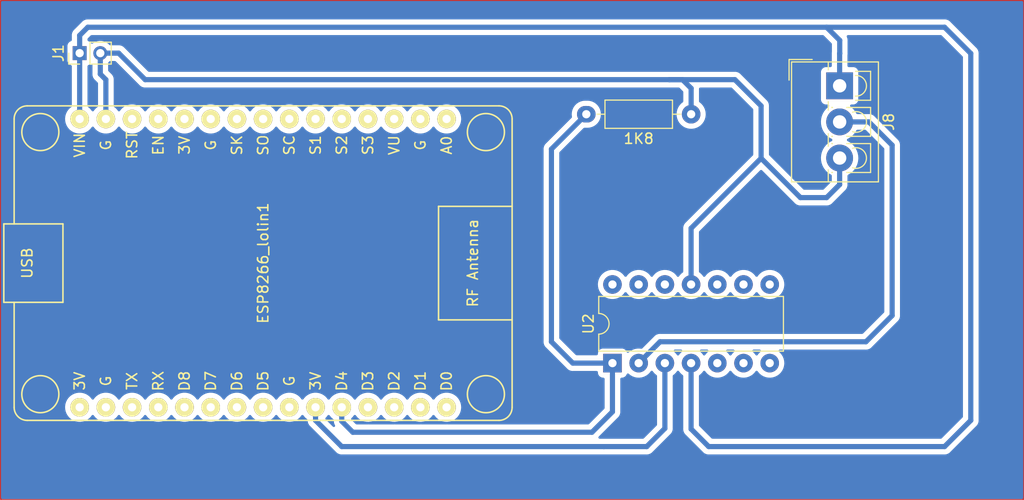
<source format=kicad_pcb>
(kicad_pcb (version 20211014) (generator pcbnew)
  (layers (0 "F.Cu" signal) (31 "B.Cu" signal) (34 "B.Paste" user) (35 "F.Paste" user) (36 "B.SilkS" user "B.Silkscreen") (37 "F.SilkS" user "F.Silkscreen") (38 "B.Mask" user) (39 "F.Mask" user) (44 "Edge.Cuts" user))
  (net 0 "")
  (net 1 "Net-(1K8-Pad1)")
  (net 2 "Net-(1K8-Pad2)")
  (net 16 "Net-(ESP8266_lolin1-Pad15)")
  (net 26 "Net-(ESP8266_lolin1-Pad25)")
  (net 31 "Net-(J8-Pad2)")
  (footprint "Package_DIP:DIP-14_W7.62mm" (layer "F.Cu") (at 150.695 96.05 90)
    (fp_text reference "U2" (at 3.81 -2.33 90) (layer "F.SilkS"))
    (fp_text value "LM324")
    (fp_line (start 6.46 -1.33) (end 4.81 -1.33) (layer "F.SilkS") (width 0.12))
    (fp_line (start 1.16 -1.33) (end 1.16 16.57) (layer "F.SilkS") (width 0.12))
    (fp_line (start 2.81 -1.33) (end 1.16 -1.33) (layer "F.SilkS") (width 0.12))
    (fp_line (start 6.46 16.57) (end 6.46 -1.33) (layer "F.SilkS") (width 0.12))
    (fp_line (start 1.16 16.57) (end 6.46 16.57) (layer "F.SilkS") (width 0.12))
    (fp_arc (start 4.81 -1.33) (mid 3.81 -0.33) (end 2.81 -1.33) (layer "F.SilkS") (width 0.12))
    (pad "1" thru_hole rect (at 0 0 90) (size 1.8 1.8) (drill 0.8) (layers *.Cu *.Mask) (net 2 "Net-(1K8-Pad2)"))
    (pad "2" thru_hole circle (at 0 2.54 90) (size 1.8 1.8) (drill 0.8) (layers *.Cu *.Mask) (net 31 "Net-(J8-Pad2)"))
    (pad "3" thru_hole circle (at 0 5.08 90) (size 1.8 1.8) (drill 0.8) (layers *.Cu *.Mask) (net 26 "Net-(ESP8266_lolin1-Pad25)"))
    (pad "4" thru_hole circle (at 0 7.62 90) (size 1.8 1.8) (drill 0.8) (layers *.Cu *.Mask) (net 16 "Net-(ESP8266_lolin1-Pad15)"))
    (pad "5" thru_hole circle (at 0 10.16 90) (size 1.8 1.8) (drill 0.8) (layers *.Cu *.Mask))
    (pad "6" thru_hole circle (at 0 12.7 90) (size 1.8 1.8) (drill 0.8) (layers *.Cu *.Mask))
    (pad "7" thru_hole circle (at 0 15.24 90) (size 1.8 1.8) (drill 0.8) (layers *.Cu *.Mask))
    (pad "8" thru_hole circle (at 7.62 15.24 90) (size 1.8 1.8) (drill 0.8) (layers *.Cu *.Mask))
    (pad "9" thru_hole circle (at 7.62 12.7 90) (size 1.8 1.8) (drill 0.8) (layers *.Cu *.Mask))
    (pad "10" thru_hole circle (at 7.62 10.16 90) (size 1.8 1.8) (drill 0.8) (layers *.Cu *.Mask))
    (pad "11" thru_hole circle (at 7.62 7.62 90) (size 1.8 1.8) (drill 0.8) (layers *.Cu *.Mask) (net 1 "Net-(1K8-Pad1)"))
    (pad "12" thru_hole circle (at 7.62 5.08 90) (size 1.8 1.8) (drill 0.8) (layers *.Cu *.Mask))
    (pad "13" thru_hole circle (at 7.62 2.54 90) (size 1.8 1.8) (drill 0.8) (layers *.Cu *.Mask))
    (pad "14" thru_hole circle (at 7.62 0 90) (size 1.8 1.8) (drill 0.8) (layers *.Cu *.Mask))
  )
  (footprint "Connector_PinHeader_2.00mm:PinHeader_1x02_P2.00mm_Vertical" (layer "F.Cu") (at 99.06 66.009833 90)
    (fp_text reference "J1" (at 0 -2.06 90) (layer "F.SilkS"))
    (fp_text value "USB_A")
    (fp_line (start -1.06 3.06) (end 1.06 3.06) (layer "F.SilkS") (width 0.12))
    (fp_line (start -1.06 0) (end -1.06 -1.06) (layer "F.SilkS") (width 0.12))
    (fp_line (start -1.06 -1.06) (end 0 -1.06) (layer "F.SilkS") (width 0.12))
    (fp_line (start -1.06 1) (end 1.06 1) (layer "F.SilkS") (width 0.12))
    (fp_line (start -1.06 1) (end -1.06 3.06) (layer "F.SilkS") (width 0.12))
    (fp_line (start 1.06 1) (end 1.06 3.06) (layer "F.SilkS") (width 0.12))
    (pad "1" thru_hole rect (at 0 0 90) (size 1.35 1.35) (drill 0.8) (layers *.Cu *.Mask) (net 16 "Net-(ESP8266_lolin1-Pad15)"))
    (pad "4" thru_hole oval (at 0 2 90) (size 1.35 1.35) (drill 0.8) (layers *.Cu *.Mask) (net 1 "Net-(1K8-Pad1)"))
  )
  (footprint "ESP8366:NodeMCU1.0(12-E)" (layer "F.Cu") (at 116.84 86.36 -90)
    (fp_text reference "ESP8266_lolin1" (at 0 0 -90) (layer "F.SilkS"))
    (fp_text value "NodeMCU1.0(ESP-12E)")
    (fp_text user "D2" (at 11.43 -12.7 -90) (layer "F.SilkS"))
    (fp_text user "G" (at -11.43 -15.24 -90) (layer "F.SilkS"))
    (fp_text user "VIN" (at -11.43 17.78 -90) (layer "F.SilkS"))
    (fp_text user "S1" (at -11.43 -5.08 -90) (layer "F.SilkS"))
    (fp_text user "D8" (at 11.43 7.62 -90) (layer "F.SilkS"))
    (fp_text user "RX" (at 11.43 10.16 -90) (layer "F.SilkS"))
    (fp_text user "A0" (at -11.43 -17.78 -90) (layer "F.SilkS"))
    (fp_text user "G" (at 11.43 -2.54 -90) (layer "F.SilkS"))
    (fp_text user "G" (at 11.43 15.24 -90) (layer "F.SilkS"))
    (fp_text user "D7" (at 11.43 5.08 -90) (layer "F.SilkS"))
    (fp_text user "D0" (at 11.43 -17.78 -90) (layer "F.SilkS"))
    (fp_text user "3V" (at 11.43 -5.08 -90) (layer "F.SilkS"))
    (fp_text user "D3" (at 11.43 -10.16 -90) (layer "F.SilkS"))
    (fp_text user "D4" (at 11.43 -7.62 -90) (layer "F.SilkS"))
    (fp_text user "SC" (at -11.43 -2.54 -90) (layer "F.SilkS"))
    (fp_text user "S2" (at -11.43 -7.62 -90) (layer "F.SilkS"))
    (fp_text user "D5" (at 11.43 0 -90) (layer "F.SilkS"))
    (fp_text user "SO" (at -11.43 0 -90) (layer "F.SilkS"))
    (fp_text user "S3" (at -11.43 -10.16 -90) (layer "F.SilkS"))
    (fp_text user "D1" (at 11.43 -15.24 -90) (layer "F.SilkS"))
    (fp_text user "G" (at -11.43 5.08 -90) (layer "F.SilkS"))
    (fp_text user "RF Antenna" (at 0 -20.32 -90) (layer "F.SilkS"))
    (fp_text user "D6" (at 11.43 2.54 -90) (layer "F.SilkS"))
    (fp_text user "G" (at -11.43 15.24 -90) (layer "F.SilkS"))
    (fp_text user "SK" (at -11.43 2.54 -90) (layer "F.SilkS"))
    (fp_text user "3V" (at 11.43 17.78 -90) (layer "F.SilkS"))
    (fp_text user "TX" (at 11.43 12.7 -90) (layer "F.SilkS"))
    (fp_text user "EN" (at -11.43 10.16 -90) (layer "F.SilkS"))
    (fp_text user "3V" (at -11.43 7.62 -90) (layer "F.SilkS"))
    (fp_text user "USB" (at 0 22.86 -90) (layer "F.SilkS"))
    (fp_text user "RST" (at -11.43 12.7 -90) (layer "F.SilkS"))
    (fp_text user "VU" (at -11.43 -12.7 -90) (layer "F.SilkS"))
    (fp_line (start 3.8 19.4) (end 3.8 25.13) (layer "F.SilkS") (width 0.15))
    (fp_line (start -15.24 -22.86) (end -15.24 22.86) (layer "F.SilkS") (width 0.15))
    (fp_line (start -5.5 -17) (end -5.5 -24.13) (layer "F.SilkS") (width 0.15))
    (fp_line (start 15.24 -22.86) (end 15.24 22.86) (layer "F.SilkS") (width 0.15))
    (fp_line (start 13.97 -24.13) (end -13.97 -24.13) (layer "F.SilkS") (width 0.15))
    (fp_line (start -3.8 25.13) (end -3.8 19.4) (layer "F.SilkS") (width 0.15))
    (fp_line (start -3.8 24.13) (end -13.97 24.13) (layer "F.SilkS") (width 0.15))
    (fp_line (start 5.5 -24.13) (end 5.5 -17) (layer "F.SilkS") (width 0.15))
    (fp_line (start 5.5 -17) (end -5.5 -17) (layer "F.SilkS") (width 0.15))
    (fp_line (start 3.8 25.13) (end -3.8 25.13) (layer "F.SilkS") (width 0.15))
    (fp_line (start 13.98 24.13) (end 3.81 24.13) (layer "F.SilkS") (width 0.15))
    (fp_line (start -3.8 19.4) (end 3.8 19.4) (layer "F.SilkS") (width 0.15))
    (fp_arc (start -15.24 -22.86) (mid -14.868026 -23.758026) (end -13.97 -24.13) (layer "F.SilkS") (width 0.15))
    (fp_arc (start -13.97 24.13) (mid -14.868026 23.758026) (end -15.24 22.86) (layer "F.SilkS") (width 0.15))
    (fp_arc (start 15.24 22.86) (mid 14.868026 23.758026) (end 13.97 24.13) (layer "F.SilkS") (width 0.15))
    (fp_arc (start 13.97 -24.13) (mid 14.868026 -23.758026) (end 15.24 -22.86) (layer "F.SilkS") (width 0.15))
    (fp_circle (center 12.7 21.59) (end 13.97 20.32) (layer "F.SilkS") (width 0.15) (fill none))
    (fp_circle (center 12.7 -21.59) (end 13.97 -22.86) (layer "F.SilkS") (width 0.15) (fill none))
    (fp_circle (center -12.7 21.59) (end -11.43 20.32) (layer "F.SilkS") (width 0.15) (fill none))
    (fp_circle (center -12.7 -21.59) (end -11.43 -22.86) (layer "F.SilkS") (width 0.15) (fill none))
    (pad "1" thru_hole circle locked (at -13.97 -17.78 270) (size 1.8 1.8) (drill 0.8) (layers *.Cu *.Mask "F.SilkS"))
    (pad "2" thru_hole circle locked (at -13.97 -15.24 270) (size 1.8 1.8) (drill 0.8) (layers *.Cu *.Mask "F.SilkS"))
    (pad "3" thru_hole circle locked (at -13.97 -12.7 270) (size 1.8 1.8) (drill 0.8) (layers *.Cu *.Mask "F.SilkS"))
    (pad "4" thru_hole circle locked (at -13.97 -10.16 270) (size 1.8 1.8) (drill 0.8) (layers *.Cu *.Mask "F.SilkS"))
    (pad "5" thru_hole circle locked (at -13.97 -7.62 270) (size 1.8 1.8) (drill 0.8) (layers *.Cu *.Mask "F.SilkS"))
    (pad "6" thru_hole circle locked (at -13.97 -5.08 270) (size 1.8 1.8) (drill 0.8) (layers *.Cu *.Mask "F.SilkS"))
    (pad "7" thru_hole circle locked (at -13.97 -2.54 270) (size 1.8 1.8) (drill 0.8) (layers *.Cu *.Mask "F.SilkS"))
    (pad "8" thru_hole circle locked (at -13.97 0 270) (size 1.8 1.8) (drill 0.8) (layers *.Cu *.Mask "F.SilkS"))
    (pad "9" thru_hole circle locked (at -13.97 2.54 270) (size 1.8 1.8) (drill 0.8) (layers *.Cu *.Mask "F.SilkS"))
    (pad "10" thru_hole circle locked (at -13.97 5.08 270) (size 1.8 1.8) (drill 0.8) (layers *.Cu *.Mask "F.SilkS"))
    (pad "11" thru_hole circle locked (at -13.97 7.62 270) (size 1.8 1.8) (drill 0.8) (layers *.Cu *.Mask "F.SilkS"))
    (pad "12" thru_hole circle locked (at -13.97 10.16 270) (size 1.8 1.8) (drill 0.8) (layers *.Cu *.Mask "F.SilkS"))
    (pad "13" thru_hole circle locked (at -13.97 12.7 270) (size 1.8 1.8) (drill 0.8) (layers *.Cu *.Mask "F.SilkS"))
    (pad "14" thru_hole circle locked (at -13.97 15.24 270) (size 1.8 1.8) (drill 0.8) (layers *.Cu *.Mask "F.SilkS") (net 1 "Net-(1K8-Pad1)"))
    (pad "15" thru_hole circle locked (at -13.97 17.78 270) (size 1.8 1.8) (drill 0.8) (layers *.Cu *.Mask "F.SilkS") (net 16 "Net-(ESP8266_lolin1-Pad15)"))
    (pad "16" thru_hole circle locked (at 13.97 17.78 270) (size 1.8 1.8) (drill 0.8) (layers *.Cu *.Mask "F.SilkS"))
    (pad "17" thru_hole circle locked (at 13.97 15.24 270) (size 1.8 1.8) (drill 0.8) (layers *.Cu *.Mask "F.SilkS"))
    (pad "18" thru_hole circle locked (at 13.97 12.7 270) (size 1.8 1.8) (drill 0.8) (layers *.Cu *.Mask "F.SilkS"))
    (pad "19" thru_hole circle locked (at 13.97 10.16 270) (size 1.8 1.8) (drill 0.8) (layers *.Cu *.Mask "F.SilkS"))
    (pad "20" thru_hole circle locked (at 13.97 7.62 270) (size 1.8 1.8) (drill 0.8) (layers *.Cu *.Mask "F.SilkS"))
    (pad "21" thru_hole circle locked (at 13.97 5.08 270) (size 1.8 1.8) (drill 0.8) (layers *.Cu *.Mask "F.SilkS"))
    (pad "22" thru_hole circle locked (at 13.97 2.54 270) (size 1.8 1.8) (drill 0.8) (layers *.Cu *.Mask "F.SilkS"))
    (pad "23" thru_hole circle locked (at 13.97 0 270) (size 1.8 1.8) (drill 0.8) (layers *.Cu *.Mask "F.SilkS"))
    (pad "24" thru_hole circle locked (at 13.97 -2.54 270) (size 1.8 1.8) (drill 0.8) (layers *.Cu *.Mask "F.SilkS"))
    (pad "25" thru_hole circle locked (at 13.97 -5.08 270) (size 1.8 1.8) (drill 0.8) (layers *.Cu *.Mask "F.SilkS") (net 26 "Net-(ESP8266_lolin1-Pad25)"))
    (pad "26" thru_hole circle locked (at 13.97 -7.62 270) (size 1.8 1.8) (drill 0.8) (layers *.Cu *.Mask "F.SilkS") (net 2 "Net-(1K8-Pad2)"))
    (pad "27" thru_hole circle locked (at 13.97 -10.16 270) (size 1.8 1.8) (drill 0.8) (layers *.Cu *.Mask "F.SilkS"))
    (pad "28" thru_hole circle locked (at 13.97 -12.7 270) (size 1.8 1.8) (drill 0.8) (layers *.Cu *.Mask "F.SilkS"))
    (pad "29" thru_hole circle locked (at 13.97 -15.24 270) (size 1.8 1.8) (drill 0.8) (layers *.Cu *.Mask "F.SilkS"))
    (pad "30" thru_hole circle locked (at 13.97 -17.78 270) (size 1.8 1.8) (drill 0.8) (layers *.Cu *.Mask "F.SilkS"))
  )
  (footprint "Resistor_THT:R_Axial_DIN0207_L6.3mm_D2.5mm_P10.16mm_Horizontal" (layer "F.Cu") (at 158.32 71.93 180)
    (fp_text reference "1K8" (at 5.08 -2.37) (layer "F.SilkS"))
    (fp_text value "R1")
    (fp_line (start 1.81 1.37) (end 8.35 1.37) (layer "F.SilkS") (width 0.12))
    (fp_line (start 1.04 0) (end 1.81 0) (layer "F.SilkS") (width 0.12))
    (fp_line (start 8.35 1.37) (end 8.35 -1.37) (layer "F.SilkS") (width 0.12))
    (fp_line (start 8.35 -1.37) (end 1.81 -1.37) (layer "F.SilkS") (width 0.12))
    (fp_line (start 9.12 0) (end 8.35 0) (layer "F.SilkS") (width 0.12))
    (fp_line (start 1.81 -1.37) (end 1.81 1.37) (layer "F.SilkS") (width 0.12))
    (pad "1" thru_hole circle (at 0 0 180) (size 1.8 1.8) (drill 0.8) (layers *.Cu *.Mask) (net 1 "Net-(1K8-Pad1)"))
    (pad "2" thru_hole oval (at 10.16 0 180) (size 1.8 1.6) (drill 0.8) (layers *.Cu *.Mask) (net 2 "Net-(1K8-Pad2)"))
  )
  (footprint "TerminalBlock_4Ucon:TerminalBlock_4Ucon_1x03_P3.50mm_Vertical" (layer "F.Cu") (at 172.71 69.175 -90)
    (fp_text reference "J8" (at 3.5 -4.76 -90) (layer "F.SilkS"))
    (fp_text value "Conn_01x03_Female")
    (fp_line (start 2.1 -3) (end 2.1 -0.689) (layer "F.SilkS") (width 0.12))
    (fp_line (start 8.4 -3) (end 8.4 -0.689) (layer "F.SilkS") (width 0.12))
    (fp_line (start 5.6 0.689) (end 5.6 0.75) (layer "F.SilkS") (width 0.12))
    (fp_line (start 4.9 0.689) (end 4.9 0.75) (layer "F.SilkS") (width 0.12))
    (fp_line (start 2.1 0.689) (end 2.1 0.75) (layer "F.SilkS") (width 0.12))
    (fp_line (start -2.31 1.101) (end -1.54 1.101) (layer "F.SilkS") (width 0.12))
    (fp_line (start 9.31 -3.76) (end 9.31 4.66) (layer "F.SilkS") (width 0.12))
    (fp_line (start -1.4 -3) (end 1.4 -3) (layer "F.SilkS") (width 0.12))
    (fp_line (start 5.6 0.75) (end 5.601 0.75) (layer "F.SilkS") (width 0.12))
    (fp_line (start 4.634 1.101) (end 5.867 1.101) (layer "F.SilkS") (width 0.12))
    (fp_line (start 4.9 0.75) (end 4.9 0.75) (layer "F.SilkS") (width 0.12))
    (fp_line (start 2.1 -3) (end 4.9 -3) (layer "F.SilkS") (width 0.12))
    (fp_line (start 4.9 -3) (end 4.9 -0.689) (layer "F.SilkS") (width 0.12))
    (fp_line (start 8.4 0.75) (end 8.4 0.75) (layer "F.SilkS") (width 0.12))
    (fp_line (start 8.134 1.101) (end 9.31 1.101) (layer "F.SilkS") (width 0.12))
    (fp_line (start -2.55 2.66) (end -2.55 4.9) (layer "F.SilkS") (width 0.12))
    (fp_line (start 5.6 -3) (end 5.6 -0.689) (layer "F.SilkS") (width 0.12))
    (fp_line (start -2.31 -3.76) (end -2.31 4.66) (layer "F.SilkS") (width 0.12))
    (fp_line (start -1.4 -3) (end -1.4 -1.54) (layer "F.SilkS") (width 0.12))
    (fp_line (start 1.4 -3) (end 1.4 -1.54) (layer "F.SilkS") (width 0.12))
    (fp_line (start 8.4 0.689) (end 8.4 0.75) (layer "F.SilkS") (width 0.12))
    (fp_line (start 1.54 1.101) (end 2.367 1.101) (layer "F.SilkS") (width 0.12))
    (fp_line (start 5.6 -3) (end 8.4 -3) (layer "F.SilkS") (width 0.12))
    (fp_line (start -2.31 4.66) (end 9.31 4.66) (layer "F.SilkS") (width 0.12))
    (fp_line (start -2.55 4.9) (end -0.55 4.9) (layer "F.SilkS") (width 0.12))
    (fp_line (start -2.31 -3.76) (end 9.31 -3.76) (layer "F.SilkS") (width 0.12))
    (fp_line (start 2.1 0.75) (end 2.101 0.75) (layer "F.SilkS") (width 0.12))
    (fp_arc (start -0.99789 -1.529434) (mid -0.000785 -2.600382) (end 0.998 -1.531) (layer "F.SilkS") (width 0.12))
    (fp_arc (start 6.060085 -1.257767) (mid 6.999876 -2.600282) (end 7.94 -1.258) (layer "F.SilkS") (width 0.12))
    (fp_arc (start 2.560085 -1.257767) (mid 3.499876 -2.600282) (end 4.44 -1.258) (layer "F.SilkS") (width 0.12))
    (pad "1" thru_hole rect (at 0 0 270) (size 2.6 2.6) (drill 1.3) (layers *.Cu *.Mask) (net 16 "Net-(ESP8266_lolin1-Pad15)"))
    (pad "2" thru_hole circle (at 3.5 0 270) (size 2.6 2.6) (drill 1.3) (layers *.Cu *.Mask) (net 31 "Net-(J8-Pad2)"))
    (pad "3" thru_hole circle (at 7 0 270) (size 2.6 2.6) (drill 1.3) (layers *.Cu *.Mask) (net 1 "Net-(1K8-Pad1)"))
  )
  (gr_line (start 190.5 60.96) (end 91.44 60.96) (layer "F.Cu") (width 0.2))
  (gr_line (start 91.44 60.96) (end 91.44 109.22) (layer "F.Cu") (width 0.2))
  (gr_line (start 91.44 109.22) (end 190.5 109.22) (layer "F.Cu") (width 0.2))
  (gr_line (start 190.5 109.22) (end 190.5 60.96) (layer "F.Cu") (width 0.2))
  (segment (start 165.1 71.12) (end 165.1 76.2) (width 0.5) (layer "B.Cu") (net 1))
  (segment (start 158.315 88.43) (end 158.315 82.985) (width 0.5) (layer "B.Cu") (net 1))
  (segment (start 156.21 68.58) (end 157.48 68.58) (width 0.5) (layer "B.Cu") (net 1))
  (segment (start 168.91 80.01) (end 171.45 80.01) (width 0.5) (layer "B.Cu") (net 1))
  (segment (start 101.6 68.58) (end 101.6 72.39) (width 0.5) (layer "B.Cu") (net 1))
  (segment (start 102.839833 66.009833) (end 105.41 68.58) (width 0.5) (layer "B.Cu") (net 1))
  (segment (start 172.71 78.75) (end 172.71 76.175) (width 0.5) (layer "B.Cu") (net 1))
  (segment (start 162.56 68.58) (end 165.1 71.12) (width 0.5) (layer "B.Cu") (net 1))
  (segment (start 171.45 80.01) (end 172.71 78.75) (width 0.5) (layer "B.Cu") (net 1))
  (segment (start 162.56 68.58) (end 156.21 68.58) (width 0.5) (layer "B.Cu") (net 1))
  (segment (start 101.06 68.04) (end 101.6 68.58) (width 0.5) (layer "B.Cu") (net 1))
  (segment (start 158.315 82.985) (end 165.1 76.2) (width 0.5) (layer "B.Cu") (net 1))
  (segment (start 158.32 69.42) (end 157.48 68.58) (width 0.5) (layer "B.Cu") (net 1))
  (segment (start 165.1 76.2) (end 168.91 80.01) (width 0.5) (layer "B.Cu") (net 1))
  (segment (start 105.41 68.58) (end 156.21 68.58) (width 0.5) (layer "B.Cu") (net 1))
  (segment (start 101.06 66.009833) (end 102.839833 66.009833) (width 0.5) (layer "B.Cu") (net 1))
  (segment (start 158.32 71.93) (end 158.32 69.42) (width 0.5) (layer "B.Cu") (net 1))
  (segment (start 101.06 66.009833) (end 101.06 68.04) (width 0.5) (layer "B.Cu") (net 1))
  (segment (start 144.78 75.31) (end 148.16 71.93) (width 0.5) (layer "B.Cu") (net 2))
  (segment (start 124.46 100.33) (end 124.46 101.678075) (width 0.5) (layer "B.Cu") (net 2))
  (segment (start 150.695 100.765) (end 150.695 96.05) (width 0.5) (layer "B.Cu") (net 2))
  (segment (start 144.78 93.98) (end 144.78 75.31) (width 0.5) (layer "B.Cu") (net 2))
  (segment (start 124.46 101.678075) (end 125.532386 102.750461) (width 0.5) (layer "B.Cu") (net 2))
  (segment (start 148.709539 102.750461) (end 150.695 100.765) (width 0.5) (layer "B.Cu") (net 2))
  (segment (start 146.85 96.05) (end 144.78 93.98) (width 0.5) (layer "B.Cu") (net 2))
  (segment (start 150.695 96.05) (end 146.85 96.05) (width 0.5) (layer "B.Cu") (net 2))
  (segment (start 125.532386 102.750461) (end 148.709539 102.750461) (width 0.5) (layer "B.Cu") (net 2))
  (segment (start 172.72 64.77) (end 171.45 63.5) (width 0.5) (layer "B.Cu") (net 16))
  (segment (start 182.88 104.14) (end 185.42 101.6) (width 0.5) (layer "B.Cu") (net 16))
  (segment (start 99.849545 63.5) (end 99.06 64.289545) (width 0.5) (layer "B.Cu") (net 16))
  (segment (start 182.88 63.5) (end 99.849545 63.5) (width 0.5) (layer "B.Cu") (net 16))
  (segment (start 158.315 96.05) (end 158.315 102.435) (width 0.5) (layer "B.Cu") (net 16))
  (segment (start 99.06 64.289545) (end 99.06 66.009833) (width 0.5) (layer "B.Cu") (net 16))
  (segment (start 172.71 69.175) (end 172.71 66.05) (width 0.5) (layer "B.Cu") (net 16))
  (segment (start 160.02 104.14) (end 182.88 104.14) (width 0.5) (layer "B.Cu") (net 16))
  (segment (start 185.42 101.6) (end 185.42 66.04) (width 0.5) (layer "B.Cu") (net 16))
  (segment (start 172.72 66.04) (end 172.72 64.77) (width 0.5) (layer "B.Cu") (net 16))
  (segment (start 99.06 66.009833) (end 99.06 72.39) (width 0.5) (layer "B.Cu") (net 16))
  (segment (start 172.71 66.05) (end 172.72 66.04) (width 0.5) (layer "B.Cu") (net 16))
  (segment (start 185.42 66.04) (end 182.88 63.5) (width 0.5) (layer "B.Cu") (net 16))
  (segment (start 158.315 102.435) (end 160.02 104.14) (width 0.5) (layer "B.Cu") (net 16))
  (segment (start 155.775 96.05) (end 155.775 102.379305) (width 0.5) (layer "B.Cu") (net 26))
  (segment (start 121.92 101.6) (end 124.46 104.14) (width 0.5) (layer "B.Cu") (net 26))
  (segment (start 154.045323 104.108982) (end 154.014305 104.14) (width 0.5) (layer "B.Cu") (net 26))
  (segment (start 155.775 102.379305) (end 154.045323 104.108982) (width 0.5) (layer "B.Cu") (net 26))
  (segment (start 154.014305 104.14) (end 149.86 104.14) (width 0.5) (layer "B.Cu") (net 26))
  (segment (start 124.46 104.14) (end 149.86 104.14) (width 0.5) (layer "B.Cu") (net 26))
  (segment (start 121.92 100.33) (end 121.92 101.6) (width 0.5) (layer "B.Cu") (net 26))
  (segment (start 175.545 72.675) (end 172.71 72.675) (width 0.5) (layer "B.Cu") (net 31))
  (segment (start 175.26 93.98) (end 177.8 91.44) (width 0.5) (layer "B.Cu") (net 31))
  (segment (start 177.8 74.93) (end 175.545 72.675) (width 0.5) (layer "B.Cu") (net 31))
  (segment (start 177.8 91.44) (end 177.8 74.93) (width 0.5) (layer "B.Cu") (net 31))
  (segment (start 153.235 96.05) (end 155.305 93.98) (width 0.5) (layer "B.Cu") (net 31))
  (segment (start 155.305 93.98) (end 175.26 93.98) (width 0.5) (layer "B.Cu") (net 31))
  (zone (net 0) (net_name "") (layer "B.Cu") (connect_pads (clearance 0.508)) (min_thickness 0.254) (fill yes (thermal_gap 0.508) (thermal_bridge_width 0.508))
    (polygon (pts (xy 190.5 109.22) (xy 91.44 109.22) (xy 91.44 60.96) (xy 190.5 60.96)))
  )
)
</source>
